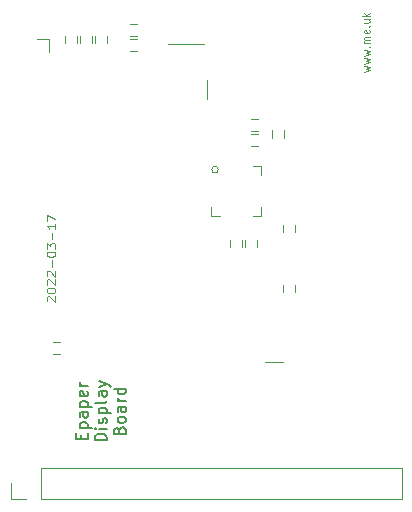
<source format=gbr>
%TF.GenerationSoftware,KiCad,Pcbnew,(6.0.2-0)*%
%TF.CreationDate,2022-03-18T08:32:09+00:00*%
%TF.ProjectId,Epaper154,45706170-6572-4313-9534-2e6b69636164,1*%
%TF.SameCoordinates,Original*%
%TF.FileFunction,Legend,Top*%
%TF.FilePolarity,Positive*%
%FSLAX46Y46*%
G04 Gerber Fmt 4.6, Leading zero omitted, Abs format (unit mm)*
G04 Created by KiCad (PCBNEW (6.0.2-0)) date 2022-03-18 08:32:09*
%MOMM*%
%LPD*%
G01*
G04 APERTURE LIST*
%ADD10C,0.150000*%
%ADD11C,0.100000*%
%ADD12C,0.120000*%
G04 APERTURE END LIST*
D10*
X140558571Y-97813523D02*
X140558571Y-97480190D01*
X141082380Y-97337333D02*
X141082380Y-97813523D01*
X140082380Y-97813523D01*
X140082380Y-97337333D01*
X140415714Y-96908761D02*
X141415714Y-96908761D01*
X140463333Y-96908761D02*
X140415714Y-96813523D01*
X140415714Y-96623047D01*
X140463333Y-96527809D01*
X140510952Y-96480190D01*
X140606190Y-96432571D01*
X140891904Y-96432571D01*
X140987142Y-96480190D01*
X141034761Y-96527809D01*
X141082380Y-96623047D01*
X141082380Y-96813523D01*
X141034761Y-96908761D01*
X141082380Y-95575428D02*
X140558571Y-95575428D01*
X140463333Y-95623047D01*
X140415714Y-95718285D01*
X140415714Y-95908761D01*
X140463333Y-96004000D01*
X141034761Y-95575428D02*
X141082380Y-95670666D01*
X141082380Y-95908761D01*
X141034761Y-96004000D01*
X140939523Y-96051619D01*
X140844285Y-96051619D01*
X140749047Y-96004000D01*
X140701428Y-95908761D01*
X140701428Y-95670666D01*
X140653809Y-95575428D01*
X140415714Y-95099238D02*
X141415714Y-95099238D01*
X140463333Y-95099238D02*
X140415714Y-95004000D01*
X140415714Y-94813523D01*
X140463333Y-94718285D01*
X140510952Y-94670666D01*
X140606190Y-94623047D01*
X140891904Y-94623047D01*
X140987142Y-94670666D01*
X141034761Y-94718285D01*
X141082380Y-94813523D01*
X141082380Y-95004000D01*
X141034761Y-95099238D01*
X141034761Y-93813523D02*
X141082380Y-93908761D01*
X141082380Y-94099238D01*
X141034761Y-94194476D01*
X140939523Y-94242095D01*
X140558571Y-94242095D01*
X140463333Y-94194476D01*
X140415714Y-94099238D01*
X140415714Y-93908761D01*
X140463333Y-93813523D01*
X140558571Y-93765904D01*
X140653809Y-93765904D01*
X140749047Y-94242095D01*
X141082380Y-93337333D02*
X140415714Y-93337333D01*
X140606190Y-93337333D02*
X140510952Y-93289714D01*
X140463333Y-93242095D01*
X140415714Y-93146857D01*
X140415714Y-93051619D01*
X142692380Y-97956380D02*
X141692380Y-97956380D01*
X141692380Y-97718285D01*
X141740000Y-97575428D01*
X141835238Y-97480190D01*
X141930476Y-97432571D01*
X142120952Y-97384952D01*
X142263809Y-97384952D01*
X142454285Y-97432571D01*
X142549523Y-97480190D01*
X142644761Y-97575428D01*
X142692380Y-97718285D01*
X142692380Y-97956380D01*
X142692380Y-96956380D02*
X142025714Y-96956380D01*
X141692380Y-96956380D02*
X141740000Y-97004000D01*
X141787619Y-96956380D01*
X141740000Y-96908761D01*
X141692380Y-96956380D01*
X141787619Y-96956380D01*
X142644761Y-96527809D02*
X142692380Y-96432571D01*
X142692380Y-96242095D01*
X142644761Y-96146857D01*
X142549523Y-96099238D01*
X142501904Y-96099238D01*
X142406666Y-96146857D01*
X142359047Y-96242095D01*
X142359047Y-96384952D01*
X142311428Y-96480190D01*
X142216190Y-96527809D01*
X142168571Y-96527809D01*
X142073333Y-96480190D01*
X142025714Y-96384952D01*
X142025714Y-96242095D01*
X142073333Y-96146857D01*
X142025714Y-95670666D02*
X143025714Y-95670666D01*
X142073333Y-95670666D02*
X142025714Y-95575428D01*
X142025714Y-95384952D01*
X142073333Y-95289714D01*
X142120952Y-95242095D01*
X142216190Y-95194476D01*
X142501904Y-95194476D01*
X142597142Y-95242095D01*
X142644761Y-95289714D01*
X142692380Y-95384952D01*
X142692380Y-95575428D01*
X142644761Y-95670666D01*
X142692380Y-94623047D02*
X142644761Y-94718285D01*
X142549523Y-94765904D01*
X141692380Y-94765904D01*
X142692380Y-93813523D02*
X142168571Y-93813523D01*
X142073333Y-93861142D01*
X142025714Y-93956380D01*
X142025714Y-94146857D01*
X142073333Y-94242095D01*
X142644761Y-93813523D02*
X142692380Y-93908761D01*
X142692380Y-94146857D01*
X142644761Y-94242095D01*
X142549523Y-94289714D01*
X142454285Y-94289714D01*
X142359047Y-94242095D01*
X142311428Y-94146857D01*
X142311428Y-93908761D01*
X142263809Y-93813523D01*
X142025714Y-93432571D02*
X142692380Y-93194476D01*
X142025714Y-92956380D02*
X142692380Y-93194476D01*
X142930476Y-93289714D01*
X142978095Y-93337333D01*
X143025714Y-93432571D01*
X143778571Y-97099238D02*
X143826190Y-96956380D01*
X143873809Y-96908761D01*
X143969047Y-96861142D01*
X144111904Y-96861142D01*
X144207142Y-96908761D01*
X144254761Y-96956380D01*
X144302380Y-97051619D01*
X144302380Y-97432571D01*
X143302380Y-97432571D01*
X143302380Y-97099238D01*
X143350000Y-97004000D01*
X143397619Y-96956380D01*
X143492857Y-96908761D01*
X143588095Y-96908761D01*
X143683333Y-96956380D01*
X143730952Y-97004000D01*
X143778571Y-97099238D01*
X143778571Y-97432571D01*
X144302380Y-96289714D02*
X144254761Y-96384952D01*
X144207142Y-96432571D01*
X144111904Y-96480190D01*
X143826190Y-96480190D01*
X143730952Y-96432571D01*
X143683333Y-96384952D01*
X143635714Y-96289714D01*
X143635714Y-96146857D01*
X143683333Y-96051619D01*
X143730952Y-96004000D01*
X143826190Y-95956380D01*
X144111904Y-95956380D01*
X144207142Y-96004000D01*
X144254761Y-96051619D01*
X144302380Y-96146857D01*
X144302380Y-96289714D01*
X144302380Y-95099238D02*
X143778571Y-95099238D01*
X143683333Y-95146857D01*
X143635714Y-95242095D01*
X143635714Y-95432571D01*
X143683333Y-95527809D01*
X144254761Y-95099238D02*
X144302380Y-95194476D01*
X144302380Y-95432571D01*
X144254761Y-95527809D01*
X144159523Y-95575428D01*
X144064285Y-95575428D01*
X143969047Y-95527809D01*
X143921428Y-95432571D01*
X143921428Y-95194476D01*
X143873809Y-95099238D01*
X144302380Y-94623047D02*
X143635714Y-94623047D01*
X143826190Y-94623047D02*
X143730952Y-94575428D01*
X143683333Y-94527809D01*
X143635714Y-94432571D01*
X143635714Y-94337333D01*
X144302380Y-93575428D02*
X143302380Y-93575428D01*
X144254761Y-93575428D02*
X144302380Y-93670666D01*
X144302380Y-93861142D01*
X144254761Y-93956380D01*
X144207142Y-94004000D01*
X144111904Y-94051619D01*
X143826190Y-94051619D01*
X143730952Y-94004000D01*
X143683333Y-93956380D01*
X143635714Y-93861142D01*
X143635714Y-93670666D01*
X143683333Y-93575428D01*
D11*
%TO.C,Logo1*%
X164525714Y-66749142D02*
X164959047Y-66625333D01*
X164649523Y-66501523D01*
X164959047Y-66377714D01*
X164525714Y-66253904D01*
X164525714Y-66068190D02*
X164959047Y-65944380D01*
X164649523Y-65820571D01*
X164959047Y-65696761D01*
X164525714Y-65572952D01*
X164525714Y-65387238D02*
X164959047Y-65263428D01*
X164649523Y-65139619D01*
X164959047Y-65015809D01*
X164525714Y-64892000D01*
X164897142Y-64644380D02*
X164928095Y-64613428D01*
X164959047Y-64644380D01*
X164928095Y-64675333D01*
X164897142Y-64644380D01*
X164959047Y-64644380D01*
X164959047Y-64334857D02*
X164525714Y-64334857D01*
X164587619Y-64334857D02*
X164556666Y-64303904D01*
X164525714Y-64242000D01*
X164525714Y-64149142D01*
X164556666Y-64087238D01*
X164618571Y-64056285D01*
X164959047Y-64056285D01*
X164618571Y-64056285D02*
X164556666Y-64025333D01*
X164525714Y-63963428D01*
X164525714Y-63870571D01*
X164556666Y-63808666D01*
X164618571Y-63777714D01*
X164959047Y-63777714D01*
X164928095Y-63220571D02*
X164959047Y-63282476D01*
X164959047Y-63406285D01*
X164928095Y-63468190D01*
X164866190Y-63499142D01*
X164618571Y-63499142D01*
X164556666Y-63468190D01*
X164525714Y-63406285D01*
X164525714Y-63282476D01*
X164556666Y-63220571D01*
X164618571Y-63189619D01*
X164680476Y-63189619D01*
X164742380Y-63499142D01*
X164897142Y-62911047D02*
X164928095Y-62880095D01*
X164959047Y-62911047D01*
X164928095Y-62942000D01*
X164897142Y-62911047D01*
X164959047Y-62911047D01*
X164525714Y-62322952D02*
X164959047Y-62322952D01*
X164525714Y-62601523D02*
X164866190Y-62601523D01*
X164928095Y-62570571D01*
X164959047Y-62508666D01*
X164959047Y-62415809D01*
X164928095Y-62353904D01*
X164897142Y-62322952D01*
X164959047Y-62013428D02*
X164309047Y-62013428D01*
X164711428Y-61951523D02*
X164959047Y-61765809D01*
X164525714Y-61765809D02*
X164773333Y-62013428D01*
%TO.C,U3*%
X137683964Y-86192857D02*
X137648250Y-86157142D01*
X137612535Y-86085714D01*
X137612535Y-85907142D01*
X137648250Y-85835714D01*
X137683964Y-85800000D01*
X137755392Y-85764285D01*
X137826821Y-85764285D01*
X137933964Y-85800000D01*
X138362535Y-86228571D01*
X138362535Y-85764285D01*
X137612535Y-85300000D02*
X137612535Y-85228571D01*
X137648250Y-85157142D01*
X137683964Y-85121428D01*
X137755392Y-85085714D01*
X137898250Y-85050000D01*
X138076821Y-85050000D01*
X138219678Y-85085714D01*
X138291107Y-85121428D01*
X138326821Y-85157142D01*
X138362535Y-85228571D01*
X138362535Y-85300000D01*
X138326821Y-85371428D01*
X138291107Y-85407142D01*
X138219678Y-85442857D01*
X138076821Y-85478571D01*
X137898250Y-85478571D01*
X137755392Y-85442857D01*
X137683964Y-85407142D01*
X137648250Y-85371428D01*
X137612535Y-85300000D01*
X137683964Y-84764285D02*
X137648250Y-84728571D01*
X137612535Y-84657142D01*
X137612535Y-84478571D01*
X137648250Y-84407142D01*
X137683964Y-84371428D01*
X137755392Y-84335714D01*
X137826821Y-84335714D01*
X137933964Y-84371428D01*
X138362535Y-84800000D01*
X138362535Y-84335714D01*
X137683964Y-84050000D02*
X137648250Y-84014285D01*
X137612535Y-83942857D01*
X137612535Y-83764285D01*
X137648250Y-83692857D01*
X137683964Y-83657142D01*
X137755392Y-83621428D01*
X137826821Y-83621428D01*
X137933964Y-83657142D01*
X138362535Y-84085714D01*
X138362535Y-83621428D01*
X138076821Y-83300000D02*
X138076821Y-82728571D01*
X137612535Y-82228571D02*
X137612535Y-82157142D01*
X137648250Y-82085714D01*
X137683964Y-82050000D01*
X137755392Y-82014285D01*
X137898250Y-81978571D01*
X138076821Y-81978571D01*
X138219678Y-82014285D01*
X138291107Y-82050000D01*
X138326821Y-82085714D01*
X138362535Y-82157142D01*
X138362535Y-82228571D01*
X138326821Y-82300000D01*
X138291107Y-82335714D01*
X138219678Y-82371428D01*
X138076821Y-82407142D01*
X137898250Y-82407142D01*
X137755392Y-82371428D01*
X137683964Y-82335714D01*
X137648250Y-82300000D01*
X137612535Y-82228571D01*
X137612535Y-81728571D02*
X137612535Y-81264285D01*
X137898250Y-81514285D01*
X137898250Y-81407142D01*
X137933964Y-81335714D01*
X137969678Y-81300000D01*
X138041107Y-81264285D01*
X138219678Y-81264285D01*
X138291107Y-81300000D01*
X138326821Y-81335714D01*
X138362535Y-81407142D01*
X138362535Y-81621428D01*
X138326821Y-81692857D01*
X138291107Y-81728571D01*
X138076821Y-80942857D02*
X138076821Y-80371428D01*
X138362535Y-79621428D02*
X138362535Y-80050000D01*
X138362535Y-79835714D02*
X137612535Y-79835714D01*
X137719678Y-79907142D01*
X137791107Y-79978571D01*
X137826821Y-80050000D01*
X137612535Y-79371428D02*
X137612535Y-78871428D01*
X138362535Y-79192857D01*
D12*
%TO.C,U2*%
X155780000Y-74725000D02*
X155780000Y-75450000D01*
X151560000Y-78945000D02*
X151560000Y-78220000D01*
X155055000Y-74725000D02*
X155780000Y-74725000D01*
X152285000Y-78945000D02*
X151560000Y-78945000D01*
X155055000Y-78945000D02*
X155780000Y-78945000D01*
X155780000Y-78945000D02*
X155780000Y-78220000D01*
X152152843Y-75035000D02*
G75*
G03*
X152152843Y-75035000I-282843J0D01*
G01*
%TO.C,C4*%
X157726000Y-71719000D02*
X157726000Y-72319000D01*
X156726000Y-71719000D02*
X156726000Y-72319000D01*
%TO.C,R7*%
X155494000Y-72027000D02*
X154894000Y-72027000D01*
X155494000Y-73027000D02*
X154894000Y-73027000D01*
%TO.C,U1*%
X147880000Y-64365000D02*
X150980000Y-64365000D01*
X151155000Y-67415000D02*
X151155000Y-69015000D01*
%TO.C,R11*%
X139200000Y-63708000D02*
X139200000Y-64308000D01*
X140200000Y-63708000D02*
X140200000Y-64308000D01*
%TO.C,R9*%
X138130000Y-89670000D02*
X138730000Y-89670000D01*
X138130000Y-90670000D02*
X138730000Y-90670000D01*
%TO.C,R1*%
X145271000Y-62746000D02*
X144671000Y-62746000D01*
X145271000Y-63746000D02*
X144671000Y-63746000D01*
%TO.C,R6*%
X153170000Y-81580000D02*
X153170000Y-80980000D01*
X154170000Y-81580000D02*
X154170000Y-80980000D01*
%TO.C,D2*%
X156095000Y-91305000D02*
X157595000Y-91305000D01*
%TO.C,R10*%
X140470000Y-63708000D02*
X140470000Y-64308000D01*
X141470000Y-63708000D02*
X141470000Y-64308000D01*
%TO.C,R8*%
X154894000Y-70757000D02*
X155494000Y-70757000D01*
X154894000Y-71757000D02*
X155494000Y-71757000D01*
%TO.C,R4*%
X157615000Y-80310000D02*
X157615000Y-79710000D01*
X158615000Y-80310000D02*
X158615000Y-79710000D01*
%TO.C,R3*%
X157615000Y-84790000D02*
X157615000Y-85390000D01*
X158615000Y-84790000D02*
X158615000Y-85390000D01*
%TO.C,R12*%
X142740000Y-63708000D02*
X142740000Y-64308000D01*
X141740000Y-63708000D02*
X141740000Y-64308000D01*
%TO.C,M1*%
X137160000Y-102930000D02*
X167700000Y-102930000D01*
X137160000Y-102930000D02*
X137160000Y-100270000D01*
X134560000Y-102930000D02*
X134560000Y-101600000D01*
X137160000Y-100270000D02*
X167700000Y-100270000D01*
X135890000Y-102930000D02*
X134560000Y-102930000D01*
X167700000Y-102930000D02*
X167700000Y-100270000D01*
%TO.C,D3*%
X137795000Y-65108000D02*
X137795000Y-64008000D01*
X137795000Y-64008000D02*
X136795000Y-64008000D01*
%TO.C,R2*%
X144671000Y-64016000D02*
X145271000Y-64016000D01*
X144671000Y-65016000D02*
X145271000Y-65016000D01*
%TO.C,R5*%
X155440000Y-81580000D02*
X155440000Y-80980000D01*
X154440000Y-81580000D02*
X154440000Y-80980000D01*
%TD*%
M02*

</source>
